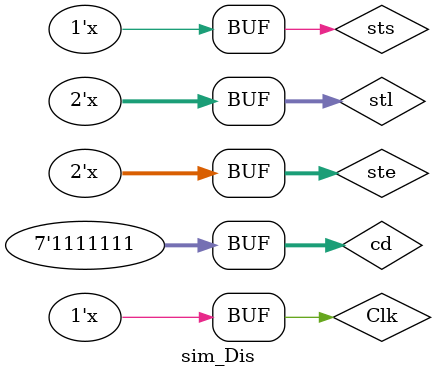
<source format=v>
`timescale 1ns / 1ps


module sim_Dis();
reg [1:0] stl;
reg sts;
reg [1:0] ste;
reg [6:0] cd;
reg Clk;
wire [6:0] dish;
wire [6:0] disl;
wire [7:0] Select;
Display test (stl, sts, ste, cd, Clk, dish, disl, Select);
initial
begin
    stl = 0;
    sts = 0;
    ste = 0;
    cd =  7'b1111111;
    Clk = 0;
end
always #1
begin
    Clk = !Clk;
end
always #10
begin
    stl = stl + 2'b01;
end
always #50
begin
    ste = ste + 2'b01;
end
always #100
begin
    sts = !sts;
end
endmodule

</source>
